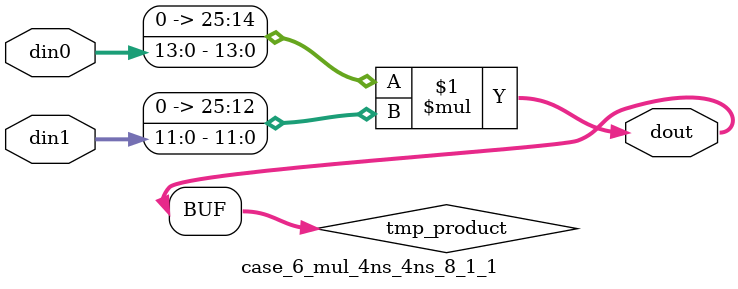
<source format=v>

`timescale 1 ns / 1 ps

 (* use_dsp = "no" *)  module case_6_mul_4ns_4ns_8_1_1(din0, din1, dout);
parameter ID = 1;
parameter NUM_STAGE = 0;
parameter din0_WIDTH = 14;
parameter din1_WIDTH = 12;
parameter dout_WIDTH = 26;

input [din0_WIDTH - 1 : 0] din0; 
input [din1_WIDTH - 1 : 0] din1; 
output [dout_WIDTH - 1 : 0] dout;

wire signed [dout_WIDTH - 1 : 0] tmp_product;
























assign tmp_product = $signed({1'b0, din0}) * $signed({1'b0, din1});











assign dout = tmp_product;





















endmodule

</source>
